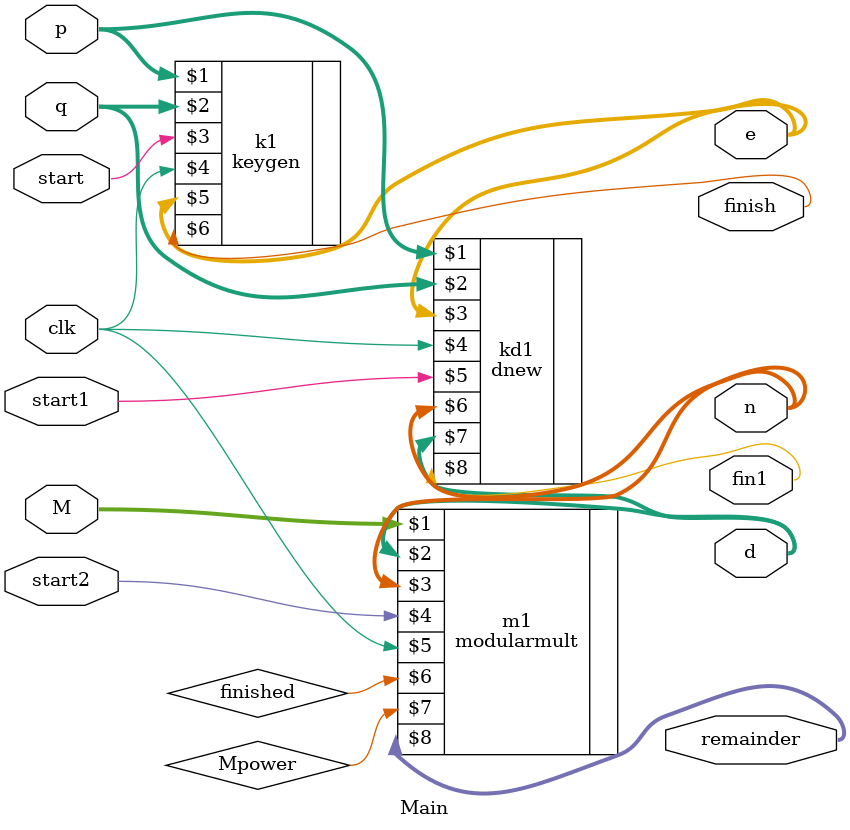
<source format=v>
`timescale 1ns / 1ps
module Main(
    input [15:0] M,
    //input [7:0] A,
	 input [7:0]p,
	 input [7:0]q,
	 input clk,
    input start,
	 input start1,
	 input start2,
	 output [7:0]e,
	 output [15:0]n,
//    input [2:0] outsel,
//    input [1:0] insel,
//	 output [7:0] B
	 output [15:0]remainder,
	 output [15:0] d,
	 output finish,
	 output fin1
    );
	 //p(8) and q(8) take through A by insel
	 //first n(16) and e(16) has to be generated to be transferred to client
	 //then C will be taken as input from the server
//	 reg [7:0] p,q,e;
		
	 		 //reg [15:0] n,d;
//	 reg [15:0]d1;
	 keygen k1 (p,q,start,clk,e,finish);
	 dnew kd1 (p,q,e,clk,start1,n,d,fin1);
	 modularmult m1 (M,d,n,start2,clk,finished,Mpower,remainder);

//	 always @ insel
//		case(insel)
//		2'b01:p=a;
//		2'b10:q=a;
//		endcase
//	 always @ outsel	
//		case(outsel)
//		3'b001:b=e;
//		3'b010:b=n[7:0];
//		3'b100:b=n[15:8];
//		endcase
	 
	 
endmodule

</source>
